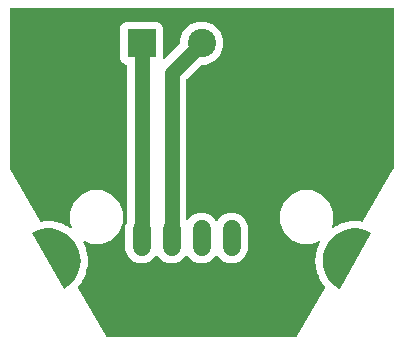
<source format=gbr>
G04 EAGLE Gerber RS-274X export*
G75*
%MOMM*%
%FSLAX34Y34*%
%LPD*%
%INBottom Copper*%
%IPPOS*%
%AMOC8*
5,1,8,0,0,1.08239X$1,22.5*%
G01*
%ADD10C,1.000000*%
%ADD11C,1.524000*%
%ADD12R,2.400000X2.400000*%
%ADD13C,2.400000*%
%ADD14C,1.270000*%

G36*
X149922Y-8518D02*
X149922Y-8518D01*
X149990Y-8517D01*
X150043Y-8499D01*
X150098Y-8490D01*
X150158Y-8458D01*
X150222Y-8435D01*
X150266Y-8401D01*
X150316Y-8374D01*
X150362Y-8325D01*
X150415Y-8284D01*
X150462Y-8220D01*
X150485Y-8196D01*
X150494Y-8177D01*
X150515Y-8149D01*
X174328Y33099D01*
X174340Y33129D01*
X174358Y33156D01*
X174383Y33244D01*
X174415Y33329D01*
X174417Y33362D01*
X174425Y33393D01*
X174421Y33484D01*
X174424Y33575D01*
X174415Y33606D01*
X174414Y33638D01*
X174361Y33798D01*
X174332Y33860D01*
X174328Y33867D01*
X174325Y33875D01*
X174236Y34017D01*
X172838Y35768D01*
X172832Y35773D01*
X172828Y35781D01*
X172707Y35897D01*
X172379Y36148D01*
X171998Y36807D01*
X171977Y36833D01*
X171934Y36901D01*
X171459Y37496D01*
X171345Y37893D01*
X171341Y37901D01*
X171340Y37909D01*
X171273Y38063D01*
X170152Y40002D01*
X170146Y40009D01*
X170143Y40017D01*
X170041Y40150D01*
X169754Y40448D01*
X169476Y41156D01*
X169459Y41184D01*
X169426Y41258D01*
X169046Y41917D01*
X168992Y42327D01*
X168989Y42335D01*
X168989Y42343D01*
X168946Y42505D01*
X168126Y44590D01*
X168122Y44598D01*
X168120Y44606D01*
X168039Y44753D01*
X167799Y45090D01*
X167630Y45831D01*
X167617Y45862D01*
X167596Y45940D01*
X167318Y46648D01*
X167326Y47062D01*
X167324Y47070D01*
X167326Y47078D01*
X167307Y47245D01*
X166807Y49429D01*
X166804Y49437D01*
X166803Y49445D01*
X166745Y49603D01*
X166558Y49972D01*
X166501Y50730D01*
X166494Y50762D01*
X166484Y50843D01*
X166315Y51584D01*
X166384Y51992D01*
X166384Y52000D01*
X166387Y52009D01*
X166392Y52176D01*
X166224Y54410D01*
X166222Y54418D01*
X166223Y54427D01*
X166188Y54591D01*
X166059Y54984D01*
X166116Y55742D01*
X166113Y55775D01*
X166115Y55856D01*
X166058Y56615D01*
X166188Y57007D01*
X166189Y57016D01*
X166193Y57024D01*
X166223Y57189D01*
X166390Y59422D01*
X166389Y59431D01*
X166391Y59439D01*
X166381Y59607D01*
X166312Y60014D01*
X166481Y60756D01*
X166483Y60789D01*
X166498Y60869D01*
X166555Y61627D01*
X166741Y61996D01*
X166743Y62004D01*
X166748Y62011D01*
X166803Y62170D01*
X167301Y64354D01*
X167302Y64363D01*
X167305Y64371D01*
X167320Y64538D01*
X167312Y64951D01*
X167590Y65659D01*
X167597Y65691D01*
X167623Y65768D01*
X167792Y66510D01*
X168032Y66847D01*
X168035Y66855D01*
X168041Y66861D01*
X168119Y67009D01*
X168937Y69095D01*
X168939Y69103D01*
X168943Y69111D01*
X168983Y69274D01*
X169037Y69684D01*
X169417Y70343D01*
X169429Y70373D01*
X169466Y70445D01*
X169744Y71153D01*
X169750Y71160D01*
X169801Y71234D01*
X169859Y71303D01*
X169871Y71334D01*
X169890Y71362D01*
X169915Y71449D01*
X169947Y71533D01*
X169948Y71566D01*
X169958Y71598D01*
X169954Y71689D01*
X169957Y71779D01*
X169948Y71811D01*
X169947Y71844D01*
X169914Y71928D01*
X169889Y72015D01*
X169870Y72042D01*
X169858Y72073D01*
X169800Y72143D01*
X169749Y72217D01*
X169722Y72237D01*
X169700Y72263D01*
X169624Y72310D01*
X169551Y72364D01*
X169519Y72374D01*
X169491Y72392D01*
X169403Y72412D01*
X169317Y72440D01*
X169284Y72440D01*
X169251Y72447D01*
X169162Y72438D01*
X169071Y72438D01*
X169031Y72426D01*
X169007Y72423D01*
X168977Y72410D01*
X168910Y72391D01*
X163257Y70049D01*
X154243Y70049D01*
X145914Y73499D01*
X139539Y79874D01*
X136089Y88203D01*
X136089Y97217D01*
X139539Y105546D01*
X145914Y111921D01*
X154243Y115371D01*
X163257Y115371D01*
X171586Y111921D01*
X177961Y105546D01*
X181411Y97217D01*
X181411Y88203D01*
X179901Y84559D01*
X179895Y84533D01*
X179883Y84509D01*
X179867Y84413D01*
X179845Y84319D01*
X179848Y84293D01*
X179843Y84266D01*
X179859Y84171D01*
X179868Y84074D01*
X179879Y84050D01*
X179884Y84024D01*
X179929Y83938D01*
X179968Y83850D01*
X179986Y83830D01*
X179999Y83806D01*
X180069Y83740D01*
X180135Y83668D01*
X180158Y83656D01*
X180178Y83637D01*
X180265Y83597D01*
X180350Y83550D01*
X180377Y83545D01*
X180401Y83534D01*
X180497Y83523D01*
X180592Y83506D01*
X180619Y83510D01*
X180645Y83507D01*
X180740Y83528D01*
X180836Y83542D01*
X180859Y83554D01*
X180886Y83560D01*
X181034Y83639D01*
X181775Y84144D01*
X181781Y84150D01*
X181789Y84154D01*
X181913Y84266D01*
X182189Y84574D01*
X182874Y84905D01*
X182901Y84923D01*
X182973Y84961D01*
X183601Y85390D01*
X184006Y85475D01*
X184014Y85478D01*
X184022Y85478D01*
X184181Y85534D01*
X186198Y86507D01*
X186205Y86512D01*
X186214Y86514D01*
X186354Y86606D01*
X186672Y86870D01*
X187399Y87095D01*
X187429Y87109D01*
X187505Y87136D01*
X188190Y87467D01*
X188603Y87490D01*
X188611Y87492D01*
X188620Y87491D01*
X188785Y87523D01*
X190925Y88184D01*
X190933Y88187D01*
X190941Y88189D01*
X190942Y88189D01*
X190943Y88189D01*
X190945Y88191D01*
X191093Y88259D01*
X191447Y88473D01*
X192200Y88586D01*
X192231Y88596D01*
X192311Y88612D01*
X193037Y88836D01*
X193449Y88797D01*
X193458Y88798D01*
X193466Y88796D01*
X193634Y88803D01*
X195849Y89137D01*
X195857Y89140D01*
X195865Y89140D01*
X196026Y89187D01*
X196408Y89345D01*
X197169Y89345D01*
X197202Y89351D01*
X197282Y89354D01*
X198035Y89468D01*
X198436Y89368D01*
X198445Y89367D01*
X198452Y89364D01*
X198619Y89346D01*
X200859Y89347D01*
X200868Y89348D01*
X200876Y89347D01*
X201043Y89369D01*
X201444Y89469D01*
X202196Y89355D01*
X202229Y89356D01*
X202309Y89347D01*
X203070Y89347D01*
X203452Y89189D01*
X203461Y89187D01*
X203468Y89183D01*
X203630Y89140D01*
X205845Y88807D01*
X205854Y88807D01*
X205862Y88804D01*
X206030Y88801D01*
X206122Y88810D01*
X206153Y88818D01*
X206185Y88819D01*
X206272Y88849D01*
X206360Y88872D01*
X206387Y88890D01*
X206417Y88901D01*
X206489Y88957D01*
X206566Y89007D01*
X206586Y89033D01*
X206611Y89052D01*
X206710Y89187D01*
X232287Y133490D01*
X232328Y133597D01*
X232371Y133704D01*
X232372Y133714D01*
X232374Y133720D01*
X232375Y133742D01*
X232389Y133870D01*
X232389Y269388D01*
X232386Y269408D01*
X232388Y269427D01*
X232366Y269529D01*
X232350Y269631D01*
X232340Y269648D01*
X232336Y269668D01*
X232283Y269757D01*
X232234Y269848D01*
X232220Y269862D01*
X232210Y269879D01*
X232131Y269946D01*
X232056Y270018D01*
X232038Y270026D01*
X232023Y270039D01*
X231927Y270078D01*
X231833Y270121D01*
X231813Y270123D01*
X231795Y270131D01*
X231628Y270149D01*
X-91928Y270149D01*
X-91948Y270146D01*
X-91967Y270148D01*
X-92069Y270126D01*
X-92171Y270110D01*
X-92188Y270100D01*
X-92208Y270096D01*
X-92297Y270043D01*
X-92388Y269994D01*
X-92402Y269980D01*
X-92419Y269970D01*
X-92486Y269891D01*
X-92558Y269816D01*
X-92566Y269798D01*
X-92579Y269783D01*
X-92618Y269687D01*
X-92661Y269593D01*
X-92663Y269573D01*
X-92671Y269555D01*
X-92689Y269388D01*
X-92689Y133870D01*
X-92671Y133757D01*
X-92655Y133643D01*
X-92651Y133634D01*
X-92650Y133628D01*
X-92639Y133608D01*
X-92587Y133490D01*
X-67010Y89187D01*
X-66990Y89163D01*
X-66976Y89134D01*
X-66912Y89068D01*
X-66854Y88997D01*
X-66827Y88980D01*
X-66805Y88957D01*
X-66724Y88915D01*
X-66646Y88866D01*
X-66615Y88859D01*
X-66586Y88844D01*
X-66422Y88810D01*
X-66330Y88802D01*
X-66321Y88802D01*
X-66313Y88800D01*
X-66145Y88807D01*
X-63930Y89140D01*
X-63922Y89142D01*
X-63913Y89143D01*
X-63752Y89189D01*
X-63370Y89347D01*
X-62609Y89347D01*
X-62577Y89352D01*
X-62496Y89355D01*
X-61744Y89469D01*
X-61343Y89369D01*
X-61334Y89368D01*
X-61326Y89365D01*
X-61159Y89347D01*
X-58919Y89346D01*
X-58911Y89347D01*
X-58902Y89346D01*
X-58736Y89368D01*
X-58335Y89468D01*
X-57582Y89354D01*
X-57549Y89354D01*
X-57469Y89345D01*
X-56708Y89345D01*
X-56326Y89187D01*
X-56318Y89185D01*
X-56311Y89180D01*
X-56149Y89137D01*
X-53934Y88803D01*
X-53925Y88803D01*
X-53917Y88800D01*
X-53749Y88797D01*
X-53337Y88836D01*
X-52611Y88612D01*
X-52578Y88607D01*
X-52500Y88586D01*
X-51747Y88473D01*
X-51393Y88259D01*
X-51385Y88256D01*
X-51379Y88250D01*
X-51225Y88184D01*
X-49085Y87523D01*
X-49076Y87521D01*
X-49068Y87518D01*
X-48903Y87490D01*
X-48490Y87467D01*
X-47805Y87136D01*
X-47773Y87127D01*
X-47699Y87095D01*
X-46972Y86870D01*
X-46654Y86606D01*
X-46646Y86602D01*
X-46641Y86596D01*
X-46498Y86507D01*
X-44481Y85534D01*
X-44472Y85532D01*
X-44465Y85527D01*
X-44306Y85475D01*
X-43901Y85390D01*
X-43273Y84961D01*
X-43243Y84948D01*
X-43174Y84905D01*
X-42489Y84574D01*
X-42213Y84266D01*
X-42207Y84260D01*
X-42202Y84253D01*
X-42075Y84144D01*
X-41334Y83639D01*
X-41310Y83627D01*
X-41289Y83610D01*
X-41199Y83575D01*
X-41111Y83535D01*
X-41084Y83532D01*
X-41059Y83522D01*
X-40963Y83518D01*
X-40866Y83507D01*
X-40840Y83513D01*
X-40814Y83512D01*
X-40721Y83538D01*
X-40626Y83559D01*
X-40603Y83573D01*
X-40577Y83580D01*
X-40498Y83635D01*
X-40415Y83685D01*
X-40397Y83705D01*
X-40375Y83720D01*
X-40317Y83798D01*
X-40254Y83871D01*
X-40244Y83896D01*
X-40228Y83918D01*
X-40198Y84010D01*
X-40162Y84099D01*
X-40161Y84126D01*
X-40152Y84152D01*
X-40153Y84248D01*
X-40147Y84345D01*
X-40154Y84371D01*
X-40155Y84398D01*
X-40201Y84559D01*
X-41711Y88203D01*
X-41711Y97217D01*
X-38261Y105546D01*
X-31886Y111921D01*
X-23557Y115371D01*
X-14543Y115371D01*
X-6214Y111921D01*
X161Y105546D01*
X3611Y97217D01*
X3611Y88203D01*
X161Y79874D01*
X-6214Y73499D01*
X-14543Y70049D01*
X-23557Y70049D01*
X-29210Y72391D01*
X-29298Y72411D01*
X-29384Y72440D01*
X-29417Y72439D01*
X-29450Y72447D01*
X-29540Y72438D01*
X-29630Y72438D01*
X-29661Y72427D01*
X-29695Y72424D01*
X-29777Y72387D01*
X-29863Y72358D01*
X-29889Y72337D01*
X-29919Y72324D01*
X-29986Y72263D01*
X-30057Y72208D01*
X-30076Y72180D01*
X-30101Y72157D01*
X-30144Y72078D01*
X-30194Y72003D01*
X-30203Y71971D01*
X-30219Y71942D01*
X-30235Y71853D01*
X-30259Y71766D01*
X-30257Y71733D01*
X-30263Y71700D01*
X-30250Y71611D01*
X-30244Y71520D01*
X-30232Y71489D01*
X-30227Y71457D01*
X-30186Y71376D01*
X-30152Y71292D01*
X-30126Y71259D01*
X-30116Y71237D01*
X-30093Y71215D01*
X-30050Y71159D01*
X-30044Y71153D01*
X-29766Y70445D01*
X-29750Y70417D01*
X-29717Y70343D01*
X-29337Y69684D01*
X-29283Y69274D01*
X-29281Y69265D01*
X-29281Y69257D01*
X-29237Y69095D01*
X-28419Y67009D01*
X-28415Y67002D01*
X-28413Y66994D01*
X-28332Y66847D01*
X-28092Y66510D01*
X-27923Y65768D01*
X-27911Y65737D01*
X-27890Y65659D01*
X-27612Y64951D01*
X-27620Y64538D01*
X-27619Y64529D01*
X-27620Y64521D01*
X-27601Y64354D01*
X-27103Y62170D01*
X-27100Y62162D01*
X-27099Y62153D01*
X-27041Y61996D01*
X-26855Y61627D01*
X-26798Y60869D01*
X-26790Y60837D01*
X-26781Y60756D01*
X-26612Y60014D01*
X-26681Y59607D01*
X-26681Y59598D01*
X-26684Y59590D01*
X-26690Y59422D01*
X-26523Y57189D01*
X-26521Y57180D01*
X-26522Y57172D01*
X-26487Y57007D01*
X-26358Y56615D01*
X-26415Y55856D01*
X-26413Y55823D01*
X-26416Y55742D01*
X-26359Y54984D01*
X-26488Y54591D01*
X-26490Y54583D01*
X-26493Y54575D01*
X-26524Y54410D01*
X-26692Y52176D01*
X-26692Y52168D01*
X-26694Y52159D01*
X-26684Y51992D01*
X-26615Y51584D01*
X-26784Y50843D01*
X-26786Y50810D01*
X-26801Y50730D01*
X-26858Y49971D01*
X-27045Y49603D01*
X-27047Y49594D01*
X-27052Y49587D01*
X-27107Y49429D01*
X-27607Y47245D01*
X-27607Y47237D01*
X-27610Y47229D01*
X-27626Y47062D01*
X-27618Y46648D01*
X-27896Y45940D01*
X-27903Y45908D01*
X-27930Y45831D01*
X-28099Y45090D01*
X-28339Y44753D01*
X-28342Y44745D01*
X-28348Y44739D01*
X-28426Y44590D01*
X-29246Y42505D01*
X-29247Y42497D01*
X-29252Y42489D01*
X-29292Y42327D01*
X-29346Y41917D01*
X-29726Y41258D01*
X-29738Y41227D01*
X-29776Y41156D01*
X-30054Y40448D01*
X-30341Y40150D01*
X-30346Y40143D01*
X-30352Y40138D01*
X-30452Y40002D01*
X-31573Y38063D01*
X-31576Y38055D01*
X-31581Y38048D01*
X-31645Y37893D01*
X-31759Y37496D01*
X-32234Y36901D01*
X-32250Y36872D01*
X-32298Y36807D01*
X-32679Y36148D01*
X-33007Y35897D01*
X-33013Y35891D01*
X-33020Y35886D01*
X-33138Y35768D01*
X-34536Y34017D01*
X-34540Y34009D01*
X-34546Y34003D01*
X-34632Y33860D01*
X-34661Y33798D01*
X-34669Y33766D01*
X-34685Y33738D01*
X-34702Y33648D01*
X-34726Y33560D01*
X-34724Y33528D01*
X-34730Y33496D01*
X-34717Y33406D01*
X-34712Y33315D01*
X-34700Y33285D01*
X-34696Y33253D01*
X-34628Y33099D01*
X-10815Y-8149D01*
X-10772Y-8201D01*
X-10737Y-8259D01*
X-10695Y-8295D01*
X-10659Y-8339D01*
X-10602Y-8375D01*
X-10550Y-8419D01*
X-10498Y-8440D01*
X-10451Y-8470D01*
X-10385Y-8486D01*
X-10322Y-8511D01*
X-10243Y-8520D01*
X-10211Y-8527D01*
X-10191Y-8525D01*
X-10155Y-8529D01*
X149855Y-8529D01*
X149922Y-8518D01*
G37*
%LPC*%
G36*
X16322Y53593D02*
X16322Y53593D01*
X11280Y55682D01*
X7422Y59540D01*
X5333Y64582D01*
X5333Y85278D01*
X6545Y88205D01*
X6560Y88268D01*
X6585Y88329D01*
X6594Y88412D01*
X6601Y88444D01*
X6600Y88463D01*
X6603Y88496D01*
X6603Y221172D01*
X6600Y221192D01*
X6602Y221211D01*
X6580Y221313D01*
X6564Y221415D01*
X6554Y221432D01*
X6550Y221452D01*
X6497Y221541D01*
X6448Y221632D01*
X6434Y221646D01*
X6424Y221663D01*
X6345Y221730D01*
X6270Y221802D01*
X6252Y221810D01*
X6237Y221823D01*
X6141Y221862D01*
X6047Y221905D01*
X6027Y221907D01*
X6009Y221915D01*
X5842Y221933D01*
X5837Y221933D01*
X3596Y222861D01*
X1881Y224576D01*
X953Y226817D01*
X953Y253243D01*
X1881Y255484D01*
X3596Y257199D01*
X5837Y258127D01*
X32263Y258127D01*
X34504Y257199D01*
X36219Y255484D01*
X37147Y253243D01*
X37147Y226767D01*
X37158Y226696D01*
X37160Y226624D01*
X37178Y226575D01*
X37186Y226524D01*
X37220Y226461D01*
X37245Y226393D01*
X37277Y226353D01*
X37302Y226307D01*
X37354Y226257D01*
X37398Y226201D01*
X37442Y226173D01*
X37480Y226137D01*
X37545Y226107D01*
X37605Y226068D01*
X37656Y226056D01*
X37703Y226034D01*
X37774Y226026D01*
X37844Y226008D01*
X37896Y226012D01*
X37947Y226007D01*
X38018Y226022D01*
X38089Y226027D01*
X38137Y226048D01*
X38188Y226059D01*
X38249Y226096D01*
X38315Y226124D01*
X38371Y226169D01*
X38399Y226185D01*
X38414Y226203D01*
X38446Y226229D01*
X51530Y239313D01*
X51583Y239387D01*
X51643Y239456D01*
X51655Y239486D01*
X51674Y239512D01*
X51701Y239599D01*
X51735Y239684D01*
X51739Y239725D01*
X51746Y239747D01*
X51745Y239780D01*
X51753Y239851D01*
X51753Y243630D01*
X54508Y250281D01*
X59599Y255372D01*
X66250Y258127D01*
X73450Y258127D01*
X80101Y255372D01*
X85192Y250281D01*
X87947Y243630D01*
X87947Y236430D01*
X85192Y229779D01*
X80101Y224688D01*
X73450Y221933D01*
X69671Y221933D01*
X69581Y221919D01*
X69490Y221911D01*
X69460Y221899D01*
X69428Y221894D01*
X69348Y221851D01*
X69264Y221815D01*
X69232Y221789D01*
X69211Y221778D01*
X69189Y221755D01*
X69133Y221710D01*
X57120Y209697D01*
X57073Y209633D01*
X57058Y209616D01*
X57054Y209609D01*
X57007Y209554D01*
X56995Y209524D01*
X56976Y209498D01*
X56949Y209411D01*
X56915Y209326D01*
X56911Y209285D01*
X56904Y209263D01*
X56905Y209230D01*
X56897Y209159D01*
X56897Y90833D01*
X56908Y90762D01*
X56910Y90691D01*
X56928Y90642D01*
X56936Y90590D01*
X56970Y90527D01*
X56995Y90460D01*
X57027Y90419D01*
X57052Y90373D01*
X57104Y90323D01*
X57148Y90267D01*
X57192Y90239D01*
X57230Y90203D01*
X57295Y90173D01*
X57355Y90134D01*
X57406Y90122D01*
X57453Y90100D01*
X57524Y90092D01*
X57594Y90074D01*
X57646Y90078D01*
X57697Y90073D01*
X57768Y90088D01*
X57839Y90094D01*
X57887Y90114D01*
X57938Y90125D01*
X57999Y90162D01*
X58065Y90190D01*
X58121Y90235D01*
X58149Y90251D01*
X58164Y90269D01*
X58196Y90295D01*
X62080Y94178D01*
X67122Y96267D01*
X72578Y96267D01*
X77620Y94178D01*
X81478Y90320D01*
X81847Y89431D01*
X81884Y89370D01*
X81914Y89305D01*
X81949Y89266D01*
X81976Y89222D01*
X82032Y89176D01*
X82080Y89123D01*
X82126Y89098D01*
X82166Y89065D01*
X82233Y89039D01*
X82296Y89005D01*
X82347Y88996D01*
X82395Y88977D01*
X82467Y88974D01*
X82538Y88961D01*
X82589Y88969D01*
X82641Y88967D01*
X82710Y88986D01*
X82781Y88997D01*
X82827Y89021D01*
X82877Y89035D01*
X82936Y89076D01*
X83000Y89108D01*
X83037Y89146D01*
X83079Y89175D01*
X83122Y89233D01*
X83172Y89284D01*
X83207Y89347D01*
X83226Y89373D01*
X83234Y89395D01*
X83253Y89431D01*
X83622Y90320D01*
X87480Y94178D01*
X92522Y96267D01*
X97978Y96267D01*
X103020Y94178D01*
X106878Y90320D01*
X108967Y85278D01*
X108967Y64582D01*
X106878Y59540D01*
X103020Y55682D01*
X97978Y53593D01*
X92522Y53593D01*
X87480Y55682D01*
X83622Y59540D01*
X83253Y60429D01*
X83216Y60490D01*
X83186Y60555D01*
X83151Y60594D01*
X83124Y60638D01*
X83069Y60684D01*
X83020Y60737D01*
X82974Y60762D01*
X82934Y60795D01*
X82867Y60821D01*
X82804Y60855D01*
X82753Y60864D01*
X82705Y60883D01*
X82633Y60886D01*
X82562Y60899D01*
X82511Y60891D01*
X82459Y60893D01*
X82390Y60874D01*
X82319Y60863D01*
X82273Y60839D01*
X82223Y60825D01*
X82164Y60784D01*
X82100Y60752D01*
X82063Y60714D01*
X82021Y60685D01*
X81978Y60627D01*
X81928Y60576D01*
X81893Y60513D01*
X81874Y60487D01*
X81867Y60465D01*
X81847Y60429D01*
X81478Y59540D01*
X77620Y55682D01*
X72578Y53593D01*
X67122Y53593D01*
X62080Y55682D01*
X58222Y59540D01*
X57853Y60429D01*
X57816Y60490D01*
X57786Y60555D01*
X57751Y60594D01*
X57724Y60638D01*
X57669Y60684D01*
X57620Y60737D01*
X57574Y60762D01*
X57534Y60795D01*
X57467Y60821D01*
X57404Y60855D01*
X57353Y60864D01*
X57305Y60883D01*
X57233Y60886D01*
X57162Y60899D01*
X57111Y60891D01*
X57059Y60893D01*
X56990Y60874D01*
X56919Y60863D01*
X56873Y60839D01*
X56823Y60825D01*
X56764Y60784D01*
X56700Y60752D01*
X56663Y60714D01*
X56621Y60685D01*
X56578Y60627D01*
X56528Y60576D01*
X56493Y60513D01*
X56474Y60487D01*
X56467Y60465D01*
X56447Y60429D01*
X56078Y59540D01*
X52220Y55682D01*
X47178Y53593D01*
X41722Y53593D01*
X36680Y55682D01*
X32822Y59540D01*
X32453Y60429D01*
X32416Y60490D01*
X32386Y60555D01*
X32351Y60594D01*
X32324Y60638D01*
X32269Y60684D01*
X32220Y60737D01*
X32174Y60762D01*
X32134Y60795D01*
X32067Y60821D01*
X32004Y60855D01*
X31953Y60864D01*
X31905Y60883D01*
X31833Y60886D01*
X31762Y60899D01*
X31711Y60891D01*
X31659Y60893D01*
X31590Y60874D01*
X31519Y60863D01*
X31473Y60839D01*
X31423Y60825D01*
X31364Y60784D01*
X31300Y60752D01*
X31263Y60714D01*
X31221Y60685D01*
X31178Y60627D01*
X31128Y60576D01*
X31093Y60513D01*
X31074Y60487D01*
X31067Y60465D01*
X31047Y60429D01*
X30678Y59540D01*
X26820Y55682D01*
X21778Y53593D01*
X16322Y53593D01*
G37*
%LPD*%
G36*
X186278Y31921D02*
X186278Y31921D01*
X186351Y31921D01*
X186376Y31932D01*
X186403Y31935D01*
X186467Y31971D01*
X186534Y31999D01*
X186553Y32019D01*
X186576Y32032D01*
X186644Y32113D01*
X186672Y32143D01*
X186675Y32152D01*
X186682Y32161D01*
X213682Y78961D01*
X213691Y78986D01*
X213707Y79009D01*
X213722Y79080D01*
X213746Y79149D01*
X213743Y79176D01*
X213749Y79203D01*
X213736Y79274D01*
X213730Y79347D01*
X213717Y79372D01*
X213712Y79398D01*
X213672Y79459D01*
X213638Y79524D01*
X213617Y79541D01*
X213602Y79564D01*
X213516Y79625D01*
X213485Y79650D01*
X213476Y79653D01*
X213466Y79660D01*
X209828Y81411D01*
X209797Y81418D01*
X209759Y81438D01*
X205900Y82627D01*
X205868Y82630D01*
X205827Y82643D01*
X201834Y83244D01*
X201803Y83242D01*
X201760Y83249D01*
X197722Y83248D01*
X197691Y83242D01*
X197648Y83242D01*
X193656Y82639D01*
X193626Y82628D01*
X193583Y82623D01*
X189725Y81431D01*
X189697Y81416D01*
X189656Y81404D01*
X186018Y79651D01*
X185993Y79632D01*
X185954Y79614D01*
X182618Y77338D01*
X182596Y77315D01*
X182560Y77292D01*
X179601Y74544D01*
X179582Y74519D01*
X179550Y74490D01*
X177034Y71332D01*
X177019Y71304D01*
X176992Y71270D01*
X174974Y67773D01*
X174964Y67743D01*
X174942Y67706D01*
X173468Y63947D01*
X173462Y63915D01*
X173446Y63875D01*
X172549Y59939D01*
X172548Y59907D01*
X172538Y59865D01*
X172237Y55839D01*
X172241Y55807D01*
X172237Y55764D01*
X172540Y51738D01*
X172549Y51707D01*
X172551Y51664D01*
X173451Y47728D01*
X173464Y47699D01*
X173473Y47656D01*
X174949Y43898D01*
X174967Y43871D01*
X174982Y43831D01*
X177002Y40335D01*
X177023Y40311D01*
X177044Y40273D01*
X179562Y37117D01*
X179587Y37097D01*
X179613Y37063D01*
X182574Y34317D01*
X182601Y34301D01*
X182632Y34271D01*
X185969Y31997D01*
X185994Y31987D01*
X186015Y31970D01*
X186085Y31949D01*
X186152Y31920D01*
X186180Y31921D01*
X186206Y31913D01*
X186278Y31921D01*
G37*
G36*
X-46546Y31920D02*
X-46546Y31920D01*
X-46473Y31917D01*
X-46447Y31926D01*
X-46420Y31928D01*
X-46324Y31972D01*
X-46286Y31986D01*
X-46279Y31993D01*
X-46269Y31997D01*
X-42932Y34271D01*
X-42910Y34294D01*
X-42874Y34317D01*
X-39913Y37063D01*
X-39894Y37089D01*
X-39862Y37117D01*
X-37344Y40273D01*
X-37329Y40302D01*
X-37302Y40335D01*
X-35282Y43831D01*
X-35272Y43861D01*
X-35249Y43898D01*
X-33773Y47656D01*
X-33768Y47688D01*
X-33751Y47728D01*
X-32851Y51664D01*
X-32851Y51696D01*
X-32840Y51738D01*
X-32537Y55764D01*
X-32541Y55795D01*
X-32537Y55839D01*
X-32838Y59865D01*
X-32846Y59896D01*
X-32849Y59939D01*
X-33746Y63875D01*
X-33759Y63904D01*
X-33768Y63947D01*
X-35242Y67706D01*
X-35259Y67733D01*
X-35274Y67773D01*
X-37292Y71270D01*
X-37313Y71294D01*
X-37334Y71332D01*
X-39850Y74490D01*
X-39875Y74510D01*
X-39901Y74544D01*
X-42860Y77292D01*
X-42887Y77308D01*
X-42918Y77338D01*
X-46254Y79614D01*
X-46283Y79626D01*
X-46318Y79651D01*
X-49956Y81404D01*
X-49986Y81412D01*
X-50025Y81431D01*
X-53883Y82623D01*
X-53915Y82626D01*
X-53956Y82639D01*
X-57948Y83242D01*
X-57980Y83241D01*
X-58022Y83248D01*
X-62060Y83249D01*
X-62091Y83243D01*
X-62134Y83244D01*
X-66127Y82643D01*
X-66157Y82632D01*
X-66200Y82627D01*
X-70059Y81438D01*
X-70087Y81423D01*
X-70128Y81411D01*
X-73766Y79660D01*
X-73788Y79643D01*
X-73814Y79634D01*
X-73867Y79584D01*
X-73925Y79540D01*
X-73938Y79516D01*
X-73958Y79497D01*
X-73988Y79431D01*
X-74024Y79367D01*
X-74027Y79340D01*
X-74038Y79315D01*
X-74039Y79242D01*
X-74048Y79170D01*
X-74040Y79144D01*
X-74040Y79116D01*
X-74004Y79018D01*
X-73992Y78979D01*
X-73986Y78971D01*
X-73982Y78961D01*
X-46982Y32161D01*
X-46964Y32140D01*
X-46953Y32115D01*
X-46899Y32066D01*
X-46851Y32012D01*
X-46826Y32000D01*
X-46806Y31981D01*
X-46737Y31957D01*
X-46671Y31926D01*
X-46644Y31925D01*
X-46619Y31915D01*
X-46546Y31920D01*
G37*
D10*
X193750Y59310D03*
X-54050Y59310D03*
D11*
X120650Y67310D02*
X120650Y82550D01*
X95250Y82550D02*
X95250Y67310D01*
X69850Y67310D02*
X69850Y82550D01*
X44450Y82550D02*
X44450Y67310D01*
X19050Y67310D02*
X19050Y82550D01*
D12*
X19050Y240030D03*
D13*
X69850Y240030D03*
X120650Y240030D03*
D14*
X44450Y214630D02*
X44450Y74930D01*
X44450Y214630D02*
X69850Y240030D01*
X19050Y240030D02*
X19050Y74930D01*
M02*

</source>
